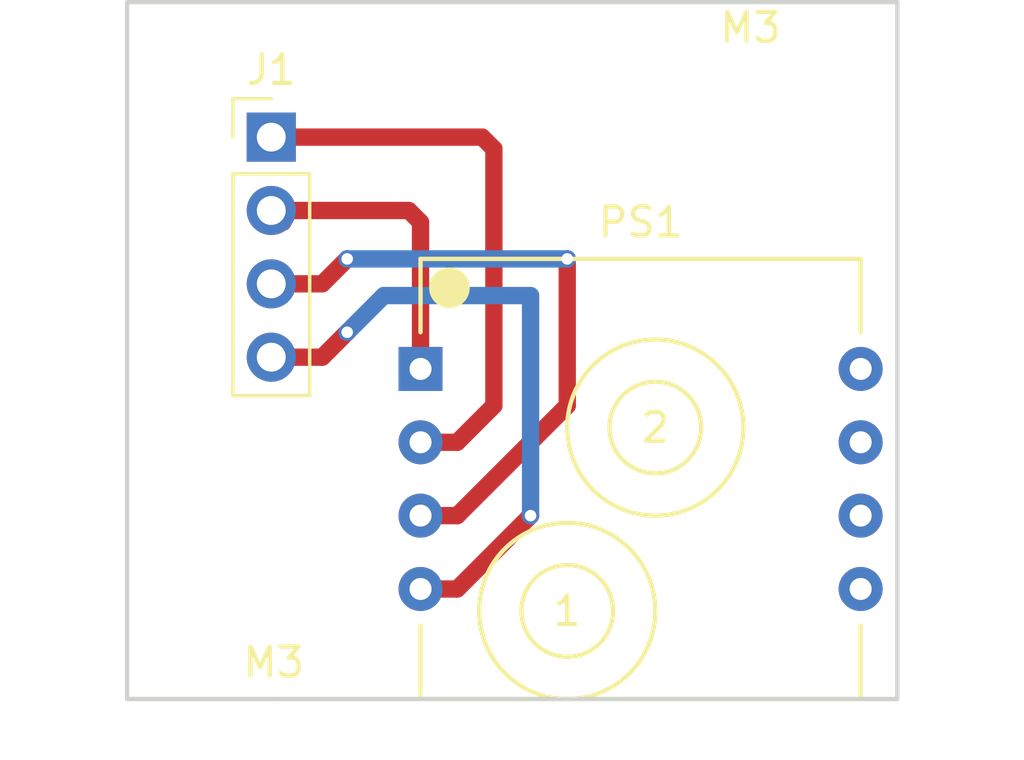
<source format=kicad_pcb>
(kicad_pcb (version 4) (host pcbnew 4.0.6)

  (general
    (links 4)
    (no_connects 0)
    (area 143.434999 100.254999 170.255001 124.535001)
    (thickness 1.6)
    (drawings 6)
    (tracks 27)
    (zones 0)
    (modules 4)
    (nets 9)
  )

  (page A4)
  (layers
    (0 F.Cu signal)
    (31 B.Cu signal)
    (32 B.Adhes user)
    (33 F.Adhes user)
    (34 B.Paste user)
    (35 F.Paste user)
    (36 B.SilkS user)
    (37 F.SilkS user)
    (38 B.Mask user)
    (39 F.Mask user)
    (40 Dwgs.User user)
    (41 Cmts.User user)
    (42 Eco1.User user)
    (43 Eco2.User user)
    (44 Edge.Cuts user)
    (45 Margin user)
    (46 B.CrtYd user)
    (47 F.CrtYd user)
    (48 B.Fab user)
    (49 F.Fab user)
  )

  (setup
    (last_trace_width 0.6)
    (trace_clearance 0.2)
    (zone_clearance 0.508)
    (zone_45_only no)
    (trace_min 0.2)
    (segment_width 0.2)
    (edge_width 0.15)
    (via_size 0.6)
    (via_drill 0.4)
    (via_min_size 0.4)
    (via_min_drill 0.3)
    (uvia_size 0.3)
    (uvia_drill 0.1)
    (uvias_allowed no)
    (uvia_min_size 0.2)
    (uvia_min_drill 0.1)
    (pcb_text_width 0.3)
    (pcb_text_size 1.5 1.5)
    (mod_edge_width 0.15)
    (mod_text_size 1 1)
    (mod_text_width 0.15)
    (pad_size 1.524 1.524)
    (pad_drill 0.762)
    (pad_to_mask_clearance 0.2)
    (aux_axis_origin 0 0)
    (visible_elements FFFFFF7F)
    (pcbplotparams
      (layerselection 0x00030_80000001)
      (usegerberextensions false)
      (excludeedgelayer true)
      (linewidth 0.100000)
      (plotframeref false)
      (viasonmask false)
      (mode 1)
      (useauxorigin false)
      (hpglpennumber 1)
      (hpglpenspeed 20)
      (hpglpendiameter 15)
      (hpglpenoverlay 2)
      (psnegative false)
      (psa4output false)
      (plotreference true)
      (plotvalue true)
      (plotinvisibletext false)
      (padsonsilk false)
      (subtractmaskfromsilk false)
      (outputformat 1)
      (mirror false)
      (drillshape 1)
      (scaleselection 1)
      (outputdirectory ""))
  )

  (net 0 "")
  (net 1 /VCC)
  (net 2 /GND)
  (net 3 /SDA)
  (net 4 /SCL)
  (net 5 "Net-(PS1-Pad5)")
  (net 6 "Net-(PS1-Pad6)")
  (net 7 "Net-(PS1-Pad7)")
  (net 8 "Net-(PS1-Pad8)")

  (net_class Default "This is the default net class."
    (clearance 0.2)
    (trace_width 0.6)
    (via_dia 0.6)
    (via_drill 0.4)
    (uvia_dia 0.3)
    (uvia_drill 0.1)
    (add_net /GND)
    (add_net /SCL)
    (add_net /SDA)
    (add_net /VCC)
    (add_net "Net-(PS1-Pad5)")
    (add_net "Net-(PS1-Pad6)")
    (add_net "Net-(PS1-Pad7)")
    (add_net "Net-(PS1-Pad8)")
  )

  (module Pin_Headers:Pin_Header_Straight_1x04_Pitch2.54mm (layer F.Cu) (tedit 58CD4EC1) (tstamp 59086F13)
    (at 148.5011 105.0036)
    (descr "Through hole straight pin header, 1x04, 2.54mm pitch, single row")
    (tags "Through hole pin header THT 1x04 2.54mm single row")
    (path /59086217)
    (fp_text reference J1 (at 0 -2.33) (layer F.SilkS)
      (effects (font (size 1 1) (thickness 0.15)))
    )
    (fp_text value CONN_01X04_MALE (at 0 9.95) (layer F.Fab)
      (effects (font (size 1 1) (thickness 0.15)))
    )
    (fp_line (start -1.27 -1.27) (end -1.27 8.89) (layer F.Fab) (width 0.1))
    (fp_line (start -1.27 8.89) (end 1.27 8.89) (layer F.Fab) (width 0.1))
    (fp_line (start 1.27 8.89) (end 1.27 -1.27) (layer F.Fab) (width 0.1))
    (fp_line (start 1.27 -1.27) (end -1.27 -1.27) (layer F.Fab) (width 0.1))
    (fp_line (start -1.33 1.27) (end -1.33 8.95) (layer F.SilkS) (width 0.12))
    (fp_line (start -1.33 8.95) (end 1.33 8.95) (layer F.SilkS) (width 0.12))
    (fp_line (start 1.33 8.95) (end 1.33 1.27) (layer F.SilkS) (width 0.12))
    (fp_line (start 1.33 1.27) (end -1.33 1.27) (layer F.SilkS) (width 0.12))
    (fp_line (start -1.33 0) (end -1.33 -1.33) (layer F.SilkS) (width 0.12))
    (fp_line (start -1.33 -1.33) (end 0 -1.33) (layer F.SilkS) (width 0.12))
    (fp_line (start -1.8 -1.8) (end -1.8 9.4) (layer F.CrtYd) (width 0.05))
    (fp_line (start -1.8 9.4) (end 1.8 9.4) (layer F.CrtYd) (width 0.05))
    (fp_line (start 1.8 9.4) (end 1.8 -1.8) (layer F.CrtYd) (width 0.05))
    (fp_line (start 1.8 -1.8) (end -1.8 -1.8) (layer F.CrtYd) (width 0.05))
    (fp_text user %R (at 0 -2.33) (layer F.Fab)
      (effects (font (size 1 1) (thickness 0.15)))
    )
    (pad 1 thru_hole rect (at 0 0) (size 1.7 1.7) (drill 1) (layers *.Cu *.Mask)
      (net 1 /VCC))
    (pad 2 thru_hole oval (at 0 2.54) (size 1.7 1.7) (drill 1) (layers *.Cu *.Mask)
      (net 2 /GND))
    (pad 3 thru_hole oval (at 0 5.08) (size 1.7 1.7) (drill 1) (layers *.Cu *.Mask)
      (net 3 /SDA))
    (pad 4 thru_hole oval (at 0 7.62) (size 1.7 1.7) (drill 1) (layers *.Cu *.Mask)
      (net 4 /SCL))
    (model ${KISYS3DMOD}/Pin_Headers.3dshapes/Pin_Header_Straight_1x04_Pitch2.54mm.wrl
      (at (xyz 0 -0.15 0))
      (scale (xyz 1 1 1))
      (rotate (xyz 0 0 90))
    )
  )

  (module rchojetzki-pressure-sensor-board:AMS_5915-XXXX-D_differential_pressure_sensor (layer F.Cu) (tedit 59086E29) (tstamp 59086F2C)
    (at 153.67 109.22 270)
    (path /590860EB)
    (fp_text reference PS1 (at -1.27 -7.62 360) (layer F.SilkS)
      (effects (font (size 1 1) (thickness 0.15)))
    )
    (fp_text value AMS_5915-0010-D (at 16.51 -7.62 360) (layer F.Fab)
      (effects (font (size 1 1) (thickness 0.15)))
    )
    (fp_text user 2 (at 5.84 -8.13 360) (layer F.SilkS)
      (effects (font (size 1 1) (thickness 0.15)))
    )
    (fp_text user 1 (at 12.19 -5.08 360) (layer F.SilkS)
      (effects (font (size 1 1) (thickness 0.15)))
    )
    (fp_line (start 15.24 0) (end 12.7 0) (layer F.SilkS) (width 0.15))
    (fp_line (start 0 0) (end 2.54 0) (layer F.SilkS) (width 0.15))
    (fp_line (start 15.24 -15.24) (end 12.7 -15.24) (layer F.SilkS) (width 0.15))
    (fp_line (start 0 -15.24) (end 2.54 -15.24) (layer F.SilkS) (width 0.15))
    (fp_circle (center 1 -1) (end 0.75 -0.75) (layer F.SilkS) (width 0.7))
    (fp_circle (center 12.19 -5.08) (end 12.19 -3.4925) (layer F.SilkS) (width 0.15))
    (fp_circle (center 5.84 -8.13) (end 5.84 -6.5425) (layer F.SilkS) (width 0.15))
    (fp_circle (center 12.19 -5.08) (end 12.19 -8.13) (layer F.SilkS) (width 0.15))
    (fp_line (start 15.24 0) (end 15.24 -15.24) (layer F.SilkS) (width 0.15))
    (fp_line (start 0 0) (end 0 -15.24) (layer F.SilkS) (width 0.15))
    (fp_circle (center 5.84 -8.13) (end 5.84 -5.08) (layer F.SilkS) (width 0.15))
    (pad 1 thru_hole rect (at 3.81 0 270) (size 1.524 1.524) (drill 0.762) (layers *.Cu *.Mask)
      (net 2 /GND))
    (pad 2 thru_hole circle (at 6.35 0 270) (size 1.524 1.524) (drill 0.762) (layers *.Cu *.Mask)
      (net 1 /VCC))
    (pad 3 thru_hole circle (at 8.89 0 270) (size 1.524 1.524) (drill 0.762) (layers *.Cu *.Mask)
      (net 3 /SDA))
    (pad 4 thru_hole circle (at 11.43 0 270) (size 1.524 1.524) (drill 0.762) (layers *.Cu *.Mask)
      (net 4 /SCL))
    (pad 5 thru_hole circle (at 11.43 -15.24 270) (size 1.524 1.524) (drill 0.762) (layers *.Cu *.Mask)
      (net 5 "Net-(PS1-Pad5)"))
    (pad 6 thru_hole circle (at 8.89 -15.24 270) (size 1.524 1.524) (drill 0.762) (layers *.Cu *.Mask)
      (net 6 "Net-(PS1-Pad6)"))
    (pad 7 thru_hole circle (at 6.35 -15.24 270) (size 1.524 1.524) (drill 0.762) (layers *.Cu *.Mask)
      (net 7 "Net-(PS1-Pad7)"))
    (pad 8 thru_hole circle (at 3.81 -15.24 270) (size 1.524 1.524) (drill 0.762) (layers *.Cu *.Mask)
      (net 8 "Net-(PS1-Pad8)"))
  )

  (module Mounting_Holes:MountingHole_3.2mm_M3 (layer F.Cu) (tedit 590874E3) (tstamp 590872C3)
    (at 148.59 119.38)
    (descr "Mounting Hole 3.2mm, no annular, M3")
    (tags "mounting hole 3.2mm no annular m3")
    (fp_text reference M3 (at 0 3.81) (layer F.SilkS)
      (effects (font (size 1 1) (thickness 0.15)))
    )
    (fp_text value MountingHole_3.2mm_M3 (at 0 4.2) (layer F.Fab)
      (effects (font (size 1 1) (thickness 0.15)))
    )
    (fp_circle (center 0 0) (end 3.2 0) (layer Cmts.User) (width 0.15))
    (fp_circle (center 0 0) (end 3.45 0) (layer F.CrtYd) (width 0.05))
    (pad 1 np_thru_hole circle (at 0 0) (size 3.2 3.2) (drill 3.2) (layers *.Cu *.Mask))
  )

  (module Mounting_Holes:MountingHole_3.2mm_M3 (layer F.Cu) (tedit 590874CB) (tstamp 590872C4)
    (at 165.1 105.41)
    (descr "Mounting Hole 3.2mm, no annular, M3")
    (tags "mounting hole 3.2mm no annular m3")
    (fp_text reference M3 (at 0 -4.2) (layer F.SilkS)
      (effects (font (size 1 1) (thickness 0.15)))
    )
    (fp_text value MountingHole_3.2mm_M3 (at 0 4.2) (layer F.Fab)
      (effects (font (size 1 1) (thickness 0.15)))
    )
    (fp_circle (center 0 0) (end 3.2 0) (layer Cmts.User) (width 0.15))
    (fp_circle (center 0 0) (end 3.45 0) (layer F.CrtYd) (width 0.05))
    (pad 1 np_thru_hole circle (at 0 0) (size 3.2 3.2) (drill 3.2) (layers *.Cu *.Mask))
  )

  (gr_line (start 170.18 124.46) (end 148.59 124.46) (angle 90) (layer Edge.Cuts) (width 0.15))
  (gr_line (start 143.51 100.33) (end 143.51 119.38) (angle 90) (layer Edge.Cuts) (width 0.15))
  (gr_line (start 170.18 100.33) (end 143.51 100.33) (angle 90) (layer Edge.Cuts) (width 0.15))
  (gr_line (start 170.18 124.46) (end 170.18 100.33) (angle 90) (layer Edge.Cuts) (width 0.15))
  (gr_line (start 143.51 124.46) (end 148.59 124.46) (angle 90) (layer Edge.Cuts) (width 0.15))
  (gr_line (start 143.51 119.38) (end 143.51 124.46) (angle 90) (layer Edge.Cuts) (width 0.15))

  (segment (start 153.67 115.57) (end 154.94 115.57) (width 0.6) (layer F.Cu) (net 1) (status 400000))
  (segment (start 155.8036 105.0036) (end 148.5011 105.0036) (width 0.6) (layer F.Cu) (net 1) (tstamp 59087399) (status 800000))
  (segment (start 156.21 105.41) (end 155.8036 105.0036) (width 0.6) (layer F.Cu) (net 1) (tstamp 59087397))
  (segment (start 156.21 114.3) (end 156.21 105.41) (width 0.6) (layer F.Cu) (net 1) (tstamp 59087391))
  (segment (start 154.94 115.57) (end 156.21 114.3) (width 0.6) (layer F.Cu) (net 1) (tstamp 59087390))
  (segment (start 153.67 113.03) (end 153.67 107.95) (width 0.6) (layer F.Cu) (net 2) (status 400000))
  (segment (start 153.2636 107.5436) (end 148.5011 107.5436) (width 0.6) (layer F.Cu) (net 2) (tstamp 5908737F) (status 800000))
  (segment (start 153.67 107.95) (end 153.2636 107.5436) (width 0.6) (layer F.Cu) (net 2) (tstamp 5908737D))
  (segment (start 148.5011 107.5436) (end 148.9075 107.95) (width 0.6) (layer F.Cu) (net 2) (tstamp 59087380) (status C00000))
  (segment (start 153.67 118.11) (end 154.94 118.11) (width 0.6) (layer F.Cu) (net 3) (status 400000))
  (segment (start 150.2664 110.0836) (end 148.5011 110.0836) (width 0.6) (layer F.Cu) (net 3) (tstamp 59087463) (status 800000))
  (segment (start 151.13 109.22) (end 150.2664 110.0836) (width 0.6) (layer F.Cu) (net 3) (tstamp 59087462))
  (via (at 151.13 109.22) (size 0.6) (drill 0.4) (layers F.Cu B.Cu) (net 3))
  (segment (start 158.75 109.22) (end 151.13 109.22) (width 0.6) (layer B.Cu) (net 3) (tstamp 5908745F))
  (via (at 158.75 109.22) (size 0.6) (drill 0.4) (layers F.Cu B.Cu) (net 3))
  (segment (start 158.75 114.3) (end 158.75 109.22) (width 0.6) (layer F.Cu) (net 3) (tstamp 5908744F))
  (segment (start 156.21 116.84) (end 158.75 114.3) (width 0.6) (layer F.Cu) (net 3) (tstamp 59087443))
  (segment (start 154.94 118.11) (end 156.21 116.84) (width 0.6) (layer F.Cu) (net 3) (tstamp 5908743D))
  (segment (start 153.67 120.65) (end 154.94 120.65) (width 0.6) (layer F.Cu) (net 4) (status 400000))
  (segment (start 150.2664 112.6236) (end 148.5011 112.6236) (width 0.6) (layer F.Cu) (net 4) (tstamp 5908749B) (status 800000))
  (segment (start 151.13 111.76) (end 150.2664 112.6236) (width 0.6) (layer F.Cu) (net 4) (tstamp 5908749A))
  (via (at 151.13 111.76) (size 0.6) (drill 0.4) (layers F.Cu B.Cu) (net 4))
  (segment (start 152.4 110.49) (end 151.13 111.76) (width 0.6) (layer B.Cu) (net 4) (tstamp 59087493))
  (segment (start 157.48 110.49) (end 152.4 110.49) (width 0.6) (layer B.Cu) (net 4) (tstamp 59087491))
  (segment (start 157.48 118.11) (end 157.48 110.49) (width 0.6) (layer B.Cu) (net 4) (tstamp 59087490))
  (via (at 157.48 118.11) (size 0.6) (drill 0.4) (layers F.Cu B.Cu) (net 4))
  (segment (start 154.94 120.65) (end 157.48 118.11) (width 0.6) (layer F.Cu) (net 4) (tstamp 59087481))

)

</source>
